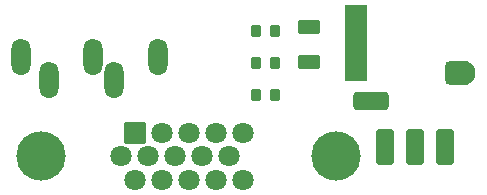
<source format=gbr>
G04 #@! TF.GenerationSoftware,KiCad,Pcbnew,(6.0.0-0)*
G04 #@! TF.CreationDate,2021-12-28T23:34:08-05:00*
G04 #@! TF.ProjectId,9DIN2VGA,3944494e-3256-4474-912e-6b696361645f,1*
G04 #@! TF.SameCoordinates,Original*
G04 #@! TF.FileFunction,Soldermask,Bot*
G04 #@! TF.FilePolarity,Negative*
%FSLAX46Y46*%
G04 Gerber Fmt 4.6, Leading zero omitted, Abs format (unit mm)*
G04 Created by KiCad (PCBNEW (6.0.0-0)) date 2021-12-28 23:34:08*
%MOMM*%
%LPD*%
G01*
G04 APERTURE LIST*
G04 Aperture macros list*
%AMRoundRect*
0 Rectangle with rounded corners*
0 $1 Rounding radius*
0 $2 $3 $4 $5 $6 $7 $8 $9 X,Y pos of 4 corners*
0 Add a 4 corners polygon primitive as box body*
4,1,4,$2,$3,$4,$5,$6,$7,$8,$9,$2,$3,0*
0 Add four circle primitives for the rounded corners*
1,1,$1+$1,$2,$3*
1,1,$1+$1,$4,$5*
1,1,$1+$1,$6,$7*
1,1,$1+$1,$8,$9*
0 Add four rect primitives between the rounded corners*
20,1,$1+$1,$2,$3,$4,$5,0*
20,1,$1+$1,$4,$5,$6,$7,0*
20,1,$1+$1,$6,$7,$8,$9,0*
20,1,$1+$1,$8,$9,$2,$3,0*%
G04 Aperture macros list end*
%ADD10C,0.100000*%
%ADD11RoundRect,0.425800X-0.375000X-1.125000X0.375000X-1.125000X0.375000X1.125000X-0.375000X1.125000X0*%
%ADD12RoundRect,0.425800X1.125000X-0.375000X1.125000X0.375000X-1.125000X0.375000X-1.125000X-0.375000X0*%
%ADD13C,2.101600*%
%ADD14RoundRect,0.550800X-0.500000X-0.500000X0.500000X-0.500000X0.500000X0.500000X-0.500000X0.500000X0*%
%ADD15O,1.609600X3.117600*%
%ADD16RoundRect,0.050800X-0.850000X-0.850000X0.850000X-0.850000X0.850000X0.850000X-0.850000X0.850000X0*%
%ADD17C,1.801600*%
%ADD18C,4.167600*%
%ADD19RoundRect,0.250800X0.200000X0.275000X-0.200000X0.275000X-0.200000X-0.275000X0.200000X-0.275000X0*%
%ADD20RoundRect,0.300799X0.650001X-0.325001X0.650001X0.325001X-0.650001X0.325001X-0.650001X-0.325001X0*%
G04 APERTURE END LIST*
D10*
X145920000Y-95050000D02*
X144120000Y-95050000D01*
X144120000Y-95050000D02*
X144120000Y-88720000D01*
X144120000Y-88720000D02*
X145920000Y-88720000D01*
X145920000Y-88720000D02*
X145920000Y-95050000D01*
G36*
X145920000Y-95050000D02*
G01*
X144120000Y-95050000D01*
X144120000Y-88720000D01*
X145920000Y-88720000D01*
X145920000Y-95050000D01*
G37*
X145920000Y-95050000D02*
X144120000Y-95050000D01*
X144120000Y-88720000D01*
X145920000Y-88720000D01*
X145920000Y-95050000D01*
D11*
X152581804Y-100713357D03*
X150031804Y-100713357D03*
X147499247Y-100713540D03*
D12*
X146312804Y-96813357D03*
D13*
X154141804Y-94443357D03*
D14*
X153641804Y-94443357D03*
D15*
X116710000Y-93060000D03*
X119110000Y-95060000D03*
X124610000Y-95060000D03*
X128310000Y-93060000D03*
X122810000Y-93060000D03*
D16*
X126315000Y-99530000D03*
D17*
X128605000Y-99530000D03*
X130895000Y-99530000D03*
X133185000Y-99530000D03*
X135475000Y-99530000D03*
X125170000Y-101510000D03*
X127460000Y-101510000D03*
X129750000Y-101510000D03*
X132040000Y-101510000D03*
X134330000Y-101510000D03*
X126315000Y-103490000D03*
X128605000Y-103490000D03*
X130895000Y-103490000D03*
X133185000Y-103490000D03*
X135475000Y-103490000D03*
D18*
X143390000Y-101510000D03*
X118400000Y-101510000D03*
D19*
X138220000Y-90860000D03*
X136570000Y-90860000D03*
X138230000Y-93590000D03*
X136580000Y-93590000D03*
X138220000Y-96330000D03*
X136570000Y-96330000D03*
D20*
X141110000Y-93510000D03*
X141110000Y-90560000D03*
M02*

</source>
